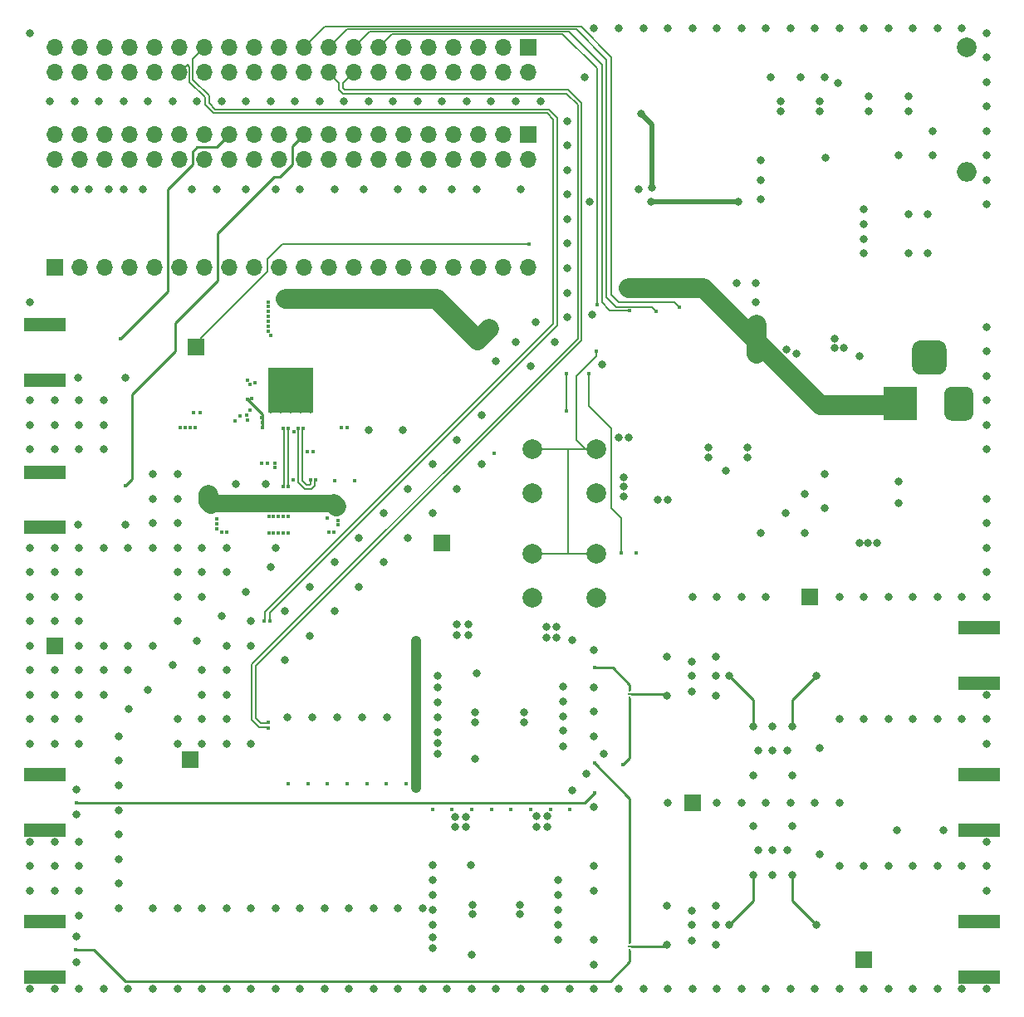
<source format=gbr>
%TF.GenerationSoftware,KiCad,Pcbnew,(5.1.8)-1*%
%TF.CreationDate,2020-12-11T02:40:48-05:00*%
%TF.ProjectId,iq_siggen,69715f73-6967-4676-956e-2e6b69636164,v01*%
%TF.SameCoordinates,Original*%
%TF.FileFunction,Copper,L4,Bot*%
%TF.FilePolarity,Positive*%
%FSLAX46Y46*%
G04 Gerber Fmt 4.6, Leading zero omitted, Abs format (unit mm)*
G04 Created by KiCad (PCBNEW (5.1.8)-1) date 2020-12-11 02:40:48*
%MOMM*%
%LPD*%
G01*
G04 APERTURE LIST*
%TA.AperFunction,SMDPad,CuDef*%
%ADD10R,0.293370X0.350000*%
%TD*%
%TA.AperFunction,SMDPad,CuDef*%
%ADD11R,0.650000X0.293370*%
%TD*%
%TA.AperFunction,ComponentPad*%
%ADD12R,3.500000X3.500000*%
%TD*%
%TA.AperFunction,ComponentPad*%
%ADD13C,2.000000*%
%TD*%
%TA.AperFunction,ComponentPad*%
%ADD14O,1.700000X1.700000*%
%TD*%
%TA.AperFunction,ComponentPad*%
%ADD15R,1.700000X1.700000*%
%TD*%
%TA.AperFunction,ComponentPad*%
%ADD16C,0.500000*%
%TD*%
%TA.AperFunction,SMDPad,CuDef*%
%ADD17R,4.600000X4.600000*%
%TD*%
%TA.AperFunction,ComponentPad*%
%ADD18C,0.400000*%
%TD*%
%TA.AperFunction,SMDPad,CuDef*%
%ADD19R,4.200000X1.350000*%
%TD*%
%TA.AperFunction,ComponentPad*%
%ADD20O,2.000000X2.000000*%
%TD*%
%TA.AperFunction,ComponentPad*%
%ADD21C,0.800000*%
%TD*%
%TA.AperFunction,ViaPad*%
%ADD22C,0.800000*%
%TD*%
%TA.AperFunction,ViaPad*%
%ADD23C,0.400000*%
%TD*%
%TA.AperFunction,ViaPad*%
%ADD24C,0.450000*%
%TD*%
%TA.AperFunction,Conductor*%
%ADD25C,2.000000*%
%TD*%
%TA.AperFunction,Conductor*%
%ADD26C,1.800000*%
%TD*%
%TA.AperFunction,Conductor*%
%ADD27C,1.000000*%
%TD*%
%TA.AperFunction,Conductor*%
%ADD28C,0.250000*%
%TD*%
%TA.AperFunction,Conductor*%
%ADD29C,0.146812*%
%TD*%
%TA.AperFunction,Conductor*%
%ADD30C,0.293370*%
%TD*%
%TA.AperFunction,Conductor*%
%ADD31C,0.205232*%
%TD*%
%TA.AperFunction,Conductor*%
%ADD32C,0.500000*%
%TD*%
G04 APERTURE END LIST*
D10*
%TO.P,JP5,1*%
%TO.N,Net-(JP5-Pad1)*%
X112120000Y-144250000D03*
%TO.P,JP5,3*%
%TO.N,/mixer/LO_Q_EXT*%
X112120000Y-145112200D03*
D11*
%TO.P,JP5,2*%
%TO.N,/mixer/LO_Q*%
X112300000Y-144680000D03*
%TD*%
D10*
%TO.P,JP4,1*%
%TO.N,Net-(JP4-Pad1)*%
X112120000Y-118500000D03*
%TO.P,JP4,3*%
%TO.N,/mixer/LO_I_EXT*%
X112120000Y-119362200D03*
D11*
%TO.P,JP4,2*%
%TO.N,/mixer/LO_I*%
X112300000Y-118930000D03*
%TD*%
%TO.P,J10,3*%
%TO.N,N/C*%
%TA.AperFunction,ComponentPad*%
G36*
G01*
X144412000Y-83744200D02*
X144412000Y-85494200D01*
G75*
G02*
X143537000Y-86369200I-875000J0D01*
G01*
X141787000Y-86369200D01*
G75*
G02*
X140912000Y-85494200I0J875000D01*
G01*
X140912000Y-83744200D01*
G75*
G02*
X141787000Y-82869200I875000J0D01*
G01*
X143537000Y-82869200D01*
G75*
G02*
X144412000Y-83744200I0J-875000D01*
G01*
G37*
%TD.AperFunction*%
%TO.P,J10,2*%
%TO.N,GNDA*%
%TA.AperFunction,ComponentPad*%
G36*
G01*
X147162000Y-88319200D02*
X147162000Y-90319200D01*
G75*
G02*
X146412000Y-91069200I-750000J0D01*
G01*
X144912000Y-91069200D01*
G75*
G02*
X144162000Y-90319200I0J750000D01*
G01*
X144162000Y-88319200D01*
G75*
G02*
X144912000Y-87569200I750000J0D01*
G01*
X146412000Y-87569200D01*
G75*
G02*
X147162000Y-88319200I0J-750000D01*
G01*
G37*
%TD.AperFunction*%
D12*
%TO.P,J10,1*%
%TO.N,+5V*%
X139662000Y-89319200D03*
%TD*%
D13*
%TO.P,SW2,1*%
%TO.N,/SW1*%
X102174000Y-109131200D03*
%TO.P,SW2,2*%
%TO.N,/VCCIO0*%
X102174000Y-104631200D03*
%TO.P,SW2,1*%
%TO.N,/SW1*%
X108674000Y-109131200D03*
%TO.P,SW2,2*%
%TO.N,/VCCIO0*%
X108674000Y-104631200D03*
%TD*%
%TO.P,SW1,1*%
%TO.N,/SW0*%
X102174000Y-98463200D03*
%TO.P,SW1,2*%
%TO.N,/VCCIO0*%
X102174000Y-93963200D03*
%TO.P,SW1,1*%
%TO.N,/SW0*%
X108674000Y-98463200D03*
%TO.P,SW1,2*%
%TO.N,/VCCIO0*%
X108674000Y-93963200D03*
%TD*%
D14*
%TO.P,J2,40*%
%TO.N,N/C*%
X53490000Y-64430000D03*
%TO.P,J2,39*%
%TO.N,Net-(J2-Pad39)*%
X53490000Y-61890000D03*
%TO.P,J2,38*%
%TO.N,Net-(J2-Pad38)*%
X56030000Y-64430000D03*
%TO.P,J2,37*%
%TO.N,Net-(J2-Pad37)*%
X56030000Y-61890000D03*
%TO.P,J2,36*%
%TO.N,N/C*%
X58570000Y-64430000D03*
%TO.P,J2,35*%
%TO.N,Net-(J2-Pad35)*%
X58570000Y-61890000D03*
%TO.P,J2,34*%
%TO.N,Net-(J2-Pad34)*%
X61110000Y-64430000D03*
%TO.P,J2,33*%
%TO.N,Net-(J2-Pad33)*%
X61110000Y-61890000D03*
%TO.P,J2,32*%
%TO.N,GNDA*%
X63650000Y-64430000D03*
%TO.P,J2,31*%
X63650000Y-61890000D03*
%TO.P,J2,30*%
%TO.N,Net-(J2-Pad30)*%
X66190000Y-64430000D03*
%TO.P,J2,29*%
%TO.N,Net-(J2-Pad29)*%
X66190000Y-61890000D03*
%TO.P,J2,28*%
%TO.N,Net-(J2-Pad28)*%
X68730000Y-64430000D03*
%TO.P,J2,27*%
%TO.N,N/C*%
X68730000Y-61890000D03*
%TO.P,J2,26*%
%TO.N,Net-(J2-Pad26)*%
X71270000Y-64430000D03*
%TO.P,J2,25*%
%TO.N,/CLK_EXT_IN*%
X71270000Y-61890000D03*
%TO.P,J2,24*%
%TO.N,Net-(J2-Pad24)*%
X73810000Y-64430000D03*
%TO.P,J2,23*%
%TO.N,N/C*%
X73810000Y-61890000D03*
%TO.P,J2,22*%
%TO.N,GNDA*%
X76350000Y-64430000D03*
%TO.P,J2,21*%
X76350000Y-61890000D03*
%TO.P,J2,20*%
%TO.N,Net-(J2-Pad20)*%
X78890000Y-64430000D03*
%TO.P,J2,19*%
%TO.N,/CLK_OUT*%
X78890000Y-61890000D03*
%TO.P,J2,18*%
%TO.N,N/C*%
X81430000Y-64430000D03*
%TO.P,J2,17*%
%TO.N,Net-(J2-Pad17)*%
X81430000Y-61890000D03*
%TO.P,J2,16*%
%TO.N,Net-(J2-Pad16)*%
X83970000Y-64430000D03*
%TO.P,J2,15*%
%TO.N,Net-(J2-Pad15)*%
X83970000Y-61890000D03*
%TO.P,J2,14*%
%TO.N,Net-(J2-Pad14)*%
X86510000Y-64430000D03*
%TO.P,J2,13*%
%TO.N,N/C*%
X86510000Y-61890000D03*
%TO.P,J2,12*%
%TO.N,GNDA*%
X89050000Y-64430000D03*
%TO.P,J2,11*%
X89050000Y-61890000D03*
%TO.P,J2,10*%
%TO.N,Net-(J2-Pad10)*%
X91590000Y-64430000D03*
%TO.P,J2,9*%
%TO.N,N/C*%
X91590000Y-61890000D03*
%TO.P,J2,8*%
%TO.N,Net-(J2-Pad8)*%
X94130000Y-64430000D03*
%TO.P,J2,7*%
%TO.N,Net-(J2-Pad7)*%
X94130000Y-61890000D03*
%TO.P,J2,6*%
%TO.N,Net-(J2-Pad6)*%
X96670000Y-64430000D03*
%TO.P,J2,5*%
%TO.N,Net-(J2-Pad5)*%
X96670000Y-61890000D03*
%TO.P,J2,4*%
%TO.N,N/C*%
X99210000Y-64430000D03*
%TO.P,J2,3*%
X99210000Y-61890000D03*
%TO.P,J2,2*%
%TO.N,/VCCIO1*%
X101750000Y-64430000D03*
D15*
%TO.P,J2,1*%
X101750000Y-61890000D03*
%TD*%
D16*
%TO.P,U6,41*%
%TO.N,GNDA*%
X78584000Y-88998000D03*
X79609000Y-88998000D03*
%TO.P,U6,40*%
X79609000Y-90023000D03*
%TO.P,U6,36*%
X77559000Y-90023000D03*
%TO.P,U6,41*%
X79609000Y-87973000D03*
X78584000Y-87973000D03*
X77559000Y-87973000D03*
X76534000Y-88998000D03*
X76534000Y-87973000D03*
X75509000Y-87973000D03*
X77559000Y-86948000D03*
X76534000Y-86948000D03*
%TO.P,U6,29*%
X75509000Y-90023000D03*
%TO.P,U6,41*%
X78584000Y-86948000D03*
X78584000Y-90023000D03*
X75509000Y-88998000D03*
X76534000Y-90023000D03*
X77559000Y-88998000D03*
X79609000Y-86948000D03*
X75509000Y-86948000D03*
X79609000Y-85923000D03*
%TO.P,U6,17*%
X76534000Y-85923000D03*
D17*
%TO.P,U6,41*%
X77559000Y-87973000D03*
D16*
X75509000Y-85923000D03*
X78584000Y-85923000D03*
X77559000Y-85923000D03*
%TD*%
D18*
%TO.P,J11,2*%
%TO.N,GNDA*%
X148512000Y-132540000D03*
X146988000Y-132540000D03*
X147496000Y-132540000D03*
X146480000Y-132540000D03*
X149020000Y-132540000D03*
X149528000Y-132540000D03*
X148004000Y-132540000D03*
X145972000Y-132540000D03*
X148512000Y-127460000D03*
X146988000Y-127460000D03*
X147496000Y-127460000D03*
X146480000Y-127460000D03*
X149020000Y-127460000D03*
X149528000Y-127460000D03*
X148004000Y-127460000D03*
X145972000Y-127460000D03*
X148512000Y-126825000D03*
X146988000Y-126825000D03*
X147496000Y-126825000D03*
X146480000Y-126825000D03*
X149020000Y-126825000D03*
X149528000Y-126825000D03*
X148004000Y-126825000D03*
X145972000Y-126825000D03*
X149020000Y-133175000D03*
X149528000Y-133175000D03*
X148004000Y-133175000D03*
X148512000Y-133175000D03*
X146988000Y-133175000D03*
X147496000Y-133175000D03*
X146480000Y-133175000D03*
X145972000Y-133175000D03*
D19*
X147750000Y-127175000D03*
X147750000Y-132825000D03*
%TD*%
D18*
%TO.P,J19,2*%
%TO.N,GNDA*%
X51746000Y-142460000D03*
X53270000Y-142460000D03*
X52762000Y-142460000D03*
X53778000Y-142460000D03*
X51238000Y-142460000D03*
X50730000Y-142460000D03*
X52254000Y-142460000D03*
X54286000Y-142460000D03*
X51746000Y-147540000D03*
X53270000Y-147540000D03*
X52762000Y-147540000D03*
X53778000Y-147540000D03*
X51238000Y-147540000D03*
X50730000Y-147540000D03*
X52254000Y-147540000D03*
X54286000Y-147540000D03*
X51746000Y-148175000D03*
X53270000Y-148175000D03*
X52762000Y-148175000D03*
X53778000Y-148175000D03*
X51238000Y-148175000D03*
X50730000Y-148175000D03*
X52254000Y-148175000D03*
X54286000Y-148175000D03*
X51238000Y-141825000D03*
X50730000Y-141825000D03*
X52254000Y-141825000D03*
X51746000Y-141825000D03*
X53270000Y-141825000D03*
X52762000Y-141825000D03*
X53778000Y-141825000D03*
X54286000Y-141825000D03*
D19*
X52508000Y-147825000D03*
X52508000Y-142175000D03*
%TD*%
D18*
%TO.P,J18,2*%
%TO.N,GNDA*%
X51746000Y-127460000D03*
X53270000Y-127460000D03*
X52762000Y-127460000D03*
X53778000Y-127460000D03*
X51238000Y-127460000D03*
X50730000Y-127460000D03*
X52254000Y-127460000D03*
X54286000Y-127460000D03*
X51746000Y-132540000D03*
X53270000Y-132540000D03*
X52762000Y-132540000D03*
X53778000Y-132540000D03*
X51238000Y-132540000D03*
X50730000Y-132540000D03*
X52254000Y-132540000D03*
X54286000Y-132540000D03*
X51746000Y-133175000D03*
X53270000Y-133175000D03*
X52762000Y-133175000D03*
X53778000Y-133175000D03*
X51238000Y-133175000D03*
X50730000Y-133175000D03*
X52254000Y-133175000D03*
X54286000Y-133175000D03*
X51238000Y-126825000D03*
X50730000Y-126825000D03*
X52254000Y-126825000D03*
X51746000Y-126825000D03*
X53270000Y-126825000D03*
X52762000Y-126825000D03*
X53778000Y-126825000D03*
X54286000Y-126825000D03*
D19*
X52508000Y-132825000D03*
X52508000Y-127175000D03*
%TD*%
D14*
%TO.P,J3,20*%
%TO.N,/A9*%
X101760000Y-75400000D03*
%TO.P,J3,19*%
%TO.N,/A8*%
X99220000Y-75400000D03*
%TO.P,J3,18*%
%TO.N,/A7*%
X96680000Y-75400000D03*
%TO.P,J3,17*%
%TO.N,/A6*%
X94140000Y-75400000D03*
%TO.P,J3,16*%
%TO.N,/A5*%
X91600000Y-75400000D03*
%TO.P,J3,15*%
%TO.N,/A4*%
X89060000Y-75400000D03*
%TO.P,J3,14*%
%TO.N,/A3*%
X86520000Y-75400000D03*
%TO.P,J3,13*%
%TO.N,/A2*%
X83980000Y-75400000D03*
%TO.P,J3,12*%
%TO.N,/A1*%
X81440000Y-75400000D03*
%TO.P,J3,11*%
%TO.N,/A0*%
X78900000Y-75400000D03*
%TO.P,J3,10*%
%TO.N,/B9*%
X76360000Y-75400000D03*
%TO.P,J3,9*%
%TO.N,/B8*%
X73820000Y-75400000D03*
%TO.P,J3,8*%
%TO.N,/B7*%
X71280000Y-75400000D03*
%TO.P,J3,7*%
%TO.N,/B6*%
X68740000Y-75400000D03*
%TO.P,J3,6*%
%TO.N,/B5*%
X66200000Y-75400000D03*
%TO.P,J3,5*%
%TO.N,/B4*%
X63660000Y-75400000D03*
%TO.P,J3,4*%
%TO.N,/B3*%
X61120000Y-75400000D03*
%TO.P,J3,3*%
%TO.N,/B2*%
X58580000Y-75400000D03*
%TO.P,J3,2*%
%TO.N,/B1*%
X56040000Y-75400000D03*
D15*
%TO.P,J3,1*%
%TO.N,/B0*%
X53500000Y-75400000D03*
%TD*%
D18*
%TO.P,J9,2*%
%TO.N,GNDA*%
X51746000Y-96580000D03*
X53270000Y-96580000D03*
X52762000Y-96580000D03*
X53778000Y-96580000D03*
X51238000Y-96580000D03*
X50730000Y-96580000D03*
X52254000Y-96580000D03*
X54286000Y-96580000D03*
X51746000Y-101660000D03*
X53270000Y-101660000D03*
X52762000Y-101660000D03*
X53778000Y-101660000D03*
X51238000Y-101660000D03*
X50730000Y-101660000D03*
X52254000Y-101660000D03*
X54286000Y-101660000D03*
X51746000Y-102295000D03*
X53270000Y-102295000D03*
X52762000Y-102295000D03*
X53778000Y-102295000D03*
X51238000Y-102295000D03*
X50730000Y-102295000D03*
X52254000Y-102295000D03*
X54286000Y-102295000D03*
X51238000Y-95945000D03*
X50730000Y-95945000D03*
X52254000Y-95945000D03*
X51746000Y-95945000D03*
X53270000Y-95945000D03*
X52762000Y-95945000D03*
X53778000Y-95945000D03*
X54286000Y-95945000D03*
D19*
X52508000Y-101945000D03*
X52508000Y-96295000D03*
%TD*%
D18*
%TO.P,J8,2*%
%TO.N,GNDA*%
X51746000Y-81580000D03*
X53270000Y-81580000D03*
X52762000Y-81580000D03*
X53778000Y-81580000D03*
X51238000Y-81580000D03*
X50730000Y-81580000D03*
X52254000Y-81580000D03*
X54286000Y-81580000D03*
X51746000Y-86660000D03*
X53270000Y-86660000D03*
X52762000Y-86660000D03*
X53778000Y-86660000D03*
X51238000Y-86660000D03*
X50730000Y-86660000D03*
X52254000Y-86660000D03*
X54286000Y-86660000D03*
X51746000Y-87295000D03*
X53270000Y-87295000D03*
X52762000Y-87295000D03*
X53778000Y-87295000D03*
X51238000Y-87295000D03*
X50730000Y-87295000D03*
X52254000Y-87295000D03*
X54286000Y-87295000D03*
X51238000Y-80945000D03*
X50730000Y-80945000D03*
X52254000Y-80945000D03*
X51746000Y-80945000D03*
X53270000Y-80945000D03*
X52762000Y-80945000D03*
X53778000Y-80945000D03*
X54286000Y-80945000D03*
D19*
X52508000Y-86945000D03*
X52508000Y-81295000D03*
%TD*%
D18*
%TO.P,J7,2*%
%TO.N,GNDA*%
X148512000Y-147540000D03*
X146988000Y-147540000D03*
X147496000Y-147540000D03*
X146480000Y-147540000D03*
X149020000Y-147540000D03*
X149528000Y-147540000D03*
X148004000Y-147540000D03*
X145972000Y-147540000D03*
X148512000Y-142460000D03*
X146988000Y-142460000D03*
X147496000Y-142460000D03*
X146480000Y-142460000D03*
X149020000Y-142460000D03*
X149528000Y-142460000D03*
X148004000Y-142460000D03*
X145972000Y-142460000D03*
X148512000Y-141825000D03*
X146988000Y-141825000D03*
X147496000Y-141825000D03*
X146480000Y-141825000D03*
X149020000Y-141825000D03*
X149528000Y-141825000D03*
X148004000Y-141825000D03*
X145972000Y-141825000D03*
X149020000Y-148175000D03*
X149528000Y-148175000D03*
X148004000Y-148175000D03*
X148512000Y-148175000D03*
X146988000Y-148175000D03*
X147496000Y-148175000D03*
X146480000Y-148175000D03*
X145972000Y-148175000D03*
D19*
X147750000Y-142175000D03*
X147750000Y-147825000D03*
%TD*%
D18*
%TO.P,J6,2*%
%TO.N,GNDA*%
X148512000Y-117540000D03*
X146988000Y-117540000D03*
X147496000Y-117540000D03*
X146480000Y-117540000D03*
X149020000Y-117540000D03*
X149528000Y-117540000D03*
X148004000Y-117540000D03*
X145972000Y-117540000D03*
X148512000Y-112460000D03*
X146988000Y-112460000D03*
X147496000Y-112460000D03*
X146480000Y-112460000D03*
X149020000Y-112460000D03*
X149528000Y-112460000D03*
X148004000Y-112460000D03*
X145972000Y-112460000D03*
X148512000Y-111825000D03*
X146988000Y-111825000D03*
X147496000Y-111825000D03*
X146480000Y-111825000D03*
X149020000Y-111825000D03*
X149528000Y-111825000D03*
X148004000Y-111825000D03*
X145972000Y-111825000D03*
X149020000Y-118175000D03*
X149528000Y-118175000D03*
X148004000Y-118175000D03*
X148512000Y-118175000D03*
X146988000Y-118175000D03*
X147496000Y-118175000D03*
X146480000Y-118175000D03*
X145972000Y-118175000D03*
D19*
X147750000Y-112175000D03*
X147750000Y-117825000D03*
%TD*%
D20*
%TO.P,L7,2*%
%TO.N,-5V*%
X146500000Y-65700000D03*
D13*
%TO.P,L7,1*%
%TO.N,/negative rail generator/-5VO*%
X146500000Y-53000000D03*
%TD*%
D21*
%TO.P,T3,2*%
%TO.N,/mixer/RF_Q*%
X128672000Y-132378000D03*
%TO.P,T3,1*%
%TO.N,GNDA*%
X124672000Y-132378000D03*
%TO.P,T3,3*%
%TO.N,Net-(D5-Pad3)*%
X128672000Y-137378000D03*
%TO.P,T3,4*%
%TO.N,/mixer/IF_Q*%
X126672000Y-137378000D03*
%TO.P,T3,5*%
%TO.N,Net-(D7-Pad3)*%
X124672000Y-137378000D03*
%TD*%
%TO.P,T4,2*%
%TO.N,GNDA*%
X124672000Y-127218000D03*
%TO.P,T4,1*%
%TO.N,/mixer/RF_I*%
X128672000Y-127218000D03*
%TO.P,T4,3*%
%TO.N,Net-(D8-Pad3)*%
X124672000Y-122218000D03*
%TO.P,T4,4*%
%TO.N,/mixer/IF_I*%
X126672000Y-122218000D03*
%TO.P,T4,5*%
%TO.N,Net-(D6-Pad3)*%
X128672000Y-122218000D03*
%TD*%
%TO.P,T2,2*%
%TO.N,GNDA*%
X115917000Y-115098000D03*
%TO.P,T2,1*%
%TO.N,/mixer/LO_I*%
X115917000Y-119098000D03*
%TO.P,T2,3*%
%TO.N,Net-(D6-Pad1)*%
X120917000Y-115098000D03*
%TO.P,T2,4*%
%TO.N,GNDA*%
X120917000Y-117098000D03*
%TO.P,T2,5*%
%TO.N,Net-(D6-Pad2)*%
X120917000Y-119098000D03*
%TD*%
%TO.P,T1,2*%
%TO.N,GNDA*%
X115917000Y-140498000D03*
%TO.P,T1,1*%
%TO.N,/mixer/LO_Q*%
X115917000Y-144498000D03*
%TO.P,T1,3*%
%TO.N,Net-(D5-Pad1)*%
X120917000Y-140498000D03*
%TO.P,T1,4*%
%TO.N,GNDA*%
X120917000Y-142498000D03*
%TO.P,T1,5*%
%TO.N,Net-(D5-Pad2)*%
X120917000Y-144498000D03*
%TD*%
D15*
%TO.P,J17,1*%
%TO.N,GNDA*%
X130500000Y-109000000D03*
%TD*%
%TO.P,J16,1*%
%TO.N,GNDA*%
X136000000Y-146000000D03*
%TD*%
%TO.P,J15,1*%
%TO.N,GNDA*%
X93000000Y-103500000D03*
%TD*%
%TO.P,J14,1*%
%TO.N,GNDA*%
X67272000Y-125641200D03*
%TD*%
%TO.P,J13,1*%
%TO.N,GNDA*%
X118500000Y-130000000D03*
%TD*%
%TO.P,J12,1*%
%TO.N,GNDA*%
X53500000Y-114000000D03*
%TD*%
%TO.P,J4,1*%
%TO.N,/~CW*%
X67907000Y-83528000D03*
%TD*%
D14*
%TO.P,J1,40*%
%TO.N,N/C*%
X53490000Y-55540000D03*
%TO.P,J1,39*%
%TO.N,GNDA*%
X53490000Y-53000000D03*
%TO.P,J1,38*%
%TO.N,N/C*%
X56030000Y-55540000D03*
%TO.P,J1,37*%
X56030000Y-53000000D03*
%TO.P,J1,36*%
X58570000Y-55540000D03*
%TO.P,J1,35*%
X58570000Y-53000000D03*
%TO.P,J1,34*%
X61110000Y-55540000D03*
%TO.P,J1,33*%
X61110000Y-53000000D03*
%TO.P,J1,32*%
%TO.N,GNDA*%
X63650000Y-55540000D03*
%TO.P,J1,31*%
X63650000Y-53000000D03*
%TO.P,J1,30*%
%TO.N,/I_CLK_P*%
X66190000Y-55540000D03*
%TO.P,J1,29*%
%TO.N,N/C*%
X66190000Y-53000000D03*
%TO.P,J1,28*%
X68730000Y-55540000D03*
%TO.P,J1,27*%
%TO.N,/I_CLK_N*%
X68730000Y-53000000D03*
%TO.P,J1,26*%
%TO.N,N/C*%
X71270000Y-55540000D03*
%TO.P,J1,25*%
X71270000Y-53000000D03*
%TO.P,J1,24*%
X73810000Y-55540000D03*
%TO.P,J1,23*%
X73810000Y-53000000D03*
%TO.P,J1,22*%
%TO.N,GNDA*%
X76350000Y-55540000D03*
%TO.P,J1,21*%
X76350000Y-53000000D03*
%TO.P,J1,20*%
%TO.N,N/C*%
X78890000Y-55540000D03*
%TO.P,J1,19*%
%TO.N,/LED3*%
X78890000Y-53000000D03*
%TO.P,J1,18*%
%TO.N,/Q_CLK_P*%
X81430000Y-55540000D03*
%TO.P,J1,17*%
%TO.N,/LED2*%
X81430000Y-53000000D03*
%TO.P,J1,16*%
%TO.N,/Q_CLK_N*%
X83970000Y-55540000D03*
%TO.P,J1,15*%
%TO.N,/LED1*%
X83970000Y-53000000D03*
%TO.P,J1,14*%
%TO.N,N/C*%
X86510000Y-55540000D03*
%TO.P,J1,13*%
%TO.N,/LED0*%
X86510000Y-53000000D03*
%TO.P,J1,12*%
%TO.N,GNDA*%
X89050000Y-55540000D03*
%TO.P,J1,11*%
X89050000Y-53000000D03*
%TO.P,J1,10*%
%TO.N,/DAC_CLK_P*%
X91590000Y-55540000D03*
%TO.P,J1,9*%
%TO.N,/DAC_CLK_N*%
X91590000Y-53000000D03*
%TO.P,J1,8*%
%TO.N,N/C*%
X94130000Y-55540000D03*
%TO.P,J1,7*%
X94130000Y-53000000D03*
%TO.P,J1,6*%
%TO.N,Net-(J1-Pad6)*%
X96670000Y-55540000D03*
%TO.P,J1,5*%
%TO.N,Net-(J1-Pad5)*%
X96670000Y-53000000D03*
%TO.P,J1,4*%
%TO.N,N/C*%
X99210000Y-55540000D03*
%TO.P,J1,3*%
X99210000Y-53000000D03*
%TO.P,J1,2*%
%TO.N,/VCCIO0*%
X101750000Y-55540000D03*
D15*
%TO.P,J1,1*%
X101750000Y-53000000D03*
%TD*%
D22*
%TO.N,GNDA*%
X107500000Y-56000000D03*
X108250000Y-80250000D03*
X108000000Y-68750000D03*
X126000000Y-109000000D03*
X123500000Y-109000000D03*
X121000000Y-109000000D03*
X118500000Y-109000000D03*
D23*
X85315000Y-128100000D03*
X81315000Y-128100000D03*
X83315000Y-128100000D03*
X89315000Y-128100000D03*
X79315000Y-128100000D03*
X87315000Y-128100000D03*
X77315000Y-128100000D03*
X92015000Y-130700000D03*
X94015000Y-130700000D03*
X96015000Y-130700000D03*
X98015000Y-130700000D03*
X100015000Y-130700000D03*
X102015000Y-130700000D03*
X104015000Y-130700000D03*
X106015000Y-130700000D03*
X81915000Y-102400000D03*
X81415000Y-102400000D03*
X82415000Y-101200000D03*
X82415000Y-101700000D03*
X81265000Y-101000000D03*
X70015000Y-101100000D03*
X70515000Y-102400000D03*
X70015000Y-101600000D03*
X71015000Y-102400000D03*
X70015000Y-102100000D03*
X75315000Y-100800000D03*
X75815000Y-100800000D03*
X76315000Y-100800000D03*
X76815000Y-100800000D03*
X77315000Y-100800000D03*
X75315000Y-102500000D03*
X76815000Y-102500000D03*
X75815000Y-102500000D03*
X77315000Y-102500000D03*
X76315000Y-102500000D03*
X77865000Y-92221600D03*
X77815000Y-97100000D03*
D22*
X118417000Y-118650000D03*
X118417000Y-115650000D03*
X118417000Y-117098000D03*
X128224000Y-124718000D03*
X125224000Y-124718000D03*
X126672000Y-124718000D03*
X128224000Y-134878000D03*
X125224000Y-134878000D03*
X126672000Y-134878000D03*
X118417000Y-141050000D03*
X118417000Y-142498000D03*
X118417000Y-144050000D03*
X108500000Y-130450000D03*
X55700000Y-146250000D03*
X55700000Y-143650000D03*
X55700000Y-128650000D03*
X55700000Y-131250000D03*
X108500000Y-114450000D03*
X107700000Y-127050000D03*
X109500000Y-125050000D03*
X139515000Y-64000000D03*
X142515000Y-70000000D03*
X140515000Y-59500000D03*
X127515000Y-58500000D03*
X133015000Y-82700000D03*
X137315000Y-103500000D03*
X125500000Y-102500000D03*
X128000000Y-100500000D03*
X130000000Y-98500000D03*
X132000000Y-96500000D03*
X130000000Y-102500000D03*
X132000000Y-100000000D03*
X121000000Y-130000000D03*
X126000000Y-130000000D03*
X133500000Y-130000000D03*
X123500000Y-130000000D03*
X128500000Y-130000000D03*
X116000000Y-130000000D03*
X131000000Y-130000000D03*
X72000000Y-97500000D03*
X75000000Y-97500000D03*
X85500000Y-92000000D03*
X89000000Y-92000000D03*
X98500000Y-85000000D03*
X100500000Y-83000000D03*
X102500000Y-81000000D03*
X63500000Y-101500000D03*
X66000000Y-101500000D03*
X63500000Y-99000000D03*
X66000000Y-99000000D03*
X63500000Y-96500000D03*
X66000000Y-96500000D03*
X133500000Y-51000000D03*
X123500000Y-51000000D03*
X138500000Y-51000000D03*
X136000000Y-51000000D03*
X116000000Y-51000000D03*
X141000000Y-51000000D03*
X126000000Y-51000000D03*
X108500000Y-51000000D03*
X128500000Y-51000000D03*
X121000000Y-51000000D03*
X111000000Y-51000000D03*
X143500000Y-51000000D03*
X118500000Y-51000000D03*
X131000000Y-51000000D03*
X146000000Y-51000000D03*
X113500000Y-51000000D03*
X73000000Y-58500000D03*
X68000000Y-58500000D03*
X55500000Y-58500000D03*
X58000000Y-58500000D03*
X80500000Y-58500000D03*
X78000000Y-58500000D03*
X65500000Y-58500000D03*
X63000000Y-58500000D03*
X60500000Y-58500000D03*
X75500000Y-58500000D03*
X70500000Y-58500000D03*
X53500000Y-67500000D03*
X55500000Y-67500000D03*
X57000000Y-67500000D03*
X59000000Y-67500000D03*
X60500000Y-67500000D03*
X62500000Y-67500000D03*
X67500000Y-67500000D03*
X70000000Y-67500000D03*
X73000000Y-67500000D03*
X76000000Y-67500000D03*
X78500000Y-67500000D03*
X82000000Y-67500000D03*
X85000000Y-67500000D03*
X88500000Y-67500000D03*
X91000000Y-67500000D03*
X94000000Y-67500000D03*
X96500000Y-67500000D03*
X101000000Y-67500000D03*
X53500000Y-109000000D03*
X53500000Y-124000000D03*
X53500000Y-116500000D03*
X53500000Y-119000000D03*
X53500000Y-106500000D03*
X53500000Y-111500000D03*
X53500000Y-121500000D03*
X53500000Y-104000000D03*
X56000000Y-109000000D03*
X56000000Y-124000000D03*
X56000000Y-116500000D03*
X56000000Y-119000000D03*
X56000000Y-106500000D03*
X56000000Y-111500000D03*
X56000000Y-114000000D03*
X56000000Y-121500000D03*
X56000000Y-104000000D03*
X58500000Y-116500000D03*
X58500000Y-119000000D03*
X58500000Y-114000000D03*
X58500000Y-104000000D03*
X61000000Y-116500000D03*
X61000000Y-114000000D03*
X61000000Y-104000000D03*
X63500000Y-114000000D03*
X63500000Y-104000000D03*
X66000000Y-109000000D03*
X66000000Y-124000000D03*
X66000000Y-106500000D03*
X66000000Y-111500000D03*
X66000000Y-121500000D03*
X66000000Y-104000000D03*
X68500000Y-109000000D03*
X68500000Y-124000000D03*
X68500000Y-116500000D03*
X68500000Y-119000000D03*
X68500000Y-106500000D03*
X68500000Y-121500000D03*
X68500000Y-104000000D03*
X71000000Y-124000000D03*
X71000000Y-116500000D03*
X71000000Y-119000000D03*
X71000000Y-106500000D03*
X71000000Y-114000000D03*
X71000000Y-121500000D03*
X71000000Y-104000000D03*
X73500000Y-124000000D03*
X73500000Y-111500000D03*
X73500000Y-114000000D03*
X76000000Y-104000000D03*
X53500000Y-139000000D03*
X53500000Y-136500000D03*
X56000000Y-139000000D03*
X53500000Y-134000000D03*
X56000000Y-136500000D03*
X56000000Y-141500000D03*
X56000000Y-134000000D03*
X60000000Y-140750000D03*
X146000000Y-136500000D03*
X141000000Y-136500000D03*
X143500000Y-136500000D03*
X136000000Y-136500000D03*
X133500000Y-136500000D03*
X138500000Y-136500000D03*
X146000000Y-121500000D03*
X141000000Y-121500000D03*
X143500000Y-121500000D03*
X136000000Y-121500000D03*
X133500000Y-121500000D03*
X138500000Y-121500000D03*
X108500000Y-123250000D03*
X77000000Y-115500000D03*
X79500000Y-113000000D03*
X92000000Y-100500000D03*
X82000000Y-110500000D03*
X87000000Y-105500000D03*
X89500000Y-103000000D03*
X84500000Y-108000000D03*
X94500000Y-98000000D03*
X97000000Y-95500000D03*
X53500000Y-89000000D03*
X53500000Y-94000000D03*
X53500000Y-91500000D03*
X56000000Y-89000000D03*
X56000000Y-94000000D03*
X56000000Y-91500000D03*
X58500000Y-89000000D03*
X58500000Y-94000000D03*
X58500000Y-91500000D03*
X108500000Y-120750000D03*
X108500000Y-118250000D03*
X108500000Y-139000000D03*
X108500000Y-146500000D03*
X108500000Y-136500000D03*
X108500000Y-144000000D03*
X100500000Y-58500000D03*
X103000000Y-58500000D03*
X95500000Y-58500000D03*
X105750000Y-68000000D03*
X105750000Y-75500000D03*
X105750000Y-78000000D03*
X105750000Y-65500000D03*
X105750000Y-70500000D03*
X105750000Y-73000000D03*
X105750000Y-80500000D03*
X105750000Y-63000000D03*
X105750000Y-60500000D03*
X53000000Y-58500000D03*
X90500000Y-58500000D03*
X88000000Y-58500000D03*
X85500000Y-58500000D03*
X83000000Y-58500000D03*
X93000000Y-58500000D03*
X89500000Y-98000000D03*
X77000000Y-110500000D03*
X79500000Y-108000000D03*
X84500000Y-103000000D03*
X82000000Y-105500000D03*
X87000000Y-100500000D03*
X102000000Y-85500000D03*
X94500000Y-93000000D03*
X92000000Y-95500000D03*
X97000000Y-90500000D03*
X104500000Y-83000000D03*
X73000000Y-108500000D03*
X65500000Y-116000000D03*
X63000000Y-118500000D03*
X70500000Y-111000000D03*
X68000000Y-113500000D03*
X75500000Y-106000000D03*
X60000000Y-130750000D03*
X60000000Y-133250000D03*
X60000000Y-125750000D03*
X60000000Y-123250000D03*
X60000000Y-128250000D03*
X60000000Y-138250000D03*
X60000000Y-135750000D03*
X68500000Y-140750000D03*
X71000000Y-140750000D03*
X66000000Y-140750000D03*
X63500000Y-140750000D03*
X78500000Y-140750000D03*
X81000000Y-140750000D03*
X83500000Y-140750000D03*
X76000000Y-140750000D03*
X91000000Y-140750000D03*
X88500000Y-140750000D03*
X86000000Y-140750000D03*
X73500000Y-140750000D03*
X128074000Y-83763000D03*
X133015000Y-83600000D03*
X133915000Y-83600000D03*
X129149000Y-84238000D03*
X92550000Y-119800000D03*
X92550000Y-121300000D03*
X92550000Y-122800000D03*
X96350000Y-125500000D03*
X96550000Y-116800000D03*
X105350000Y-118200000D03*
X105350000Y-119700000D03*
X105350000Y-121200000D03*
X105350000Y-122700000D03*
X105350000Y-124300000D03*
X92550000Y-118300002D03*
X92550000Y-123900004D03*
X92550000Y-125000036D03*
X92550000Y-117100040D03*
X106250000Y-128750000D03*
X106250000Y-113450000D03*
X131500000Y-135300000D03*
X131500000Y-124400000D03*
X139400000Y-132800000D03*
X144100000Y-132800000D03*
X96033000Y-145485000D03*
X104789000Y-144003000D03*
X95933000Y-136385000D03*
X92033000Y-136385000D03*
X92027000Y-139455000D03*
X92027000Y-140979000D03*
X92027000Y-142503000D03*
X92027000Y-143773000D03*
X104789000Y-142479000D03*
X104789000Y-140955000D03*
X104789000Y-139431000D03*
X104789000Y-137907000D03*
X92027000Y-137931000D03*
X92033000Y-144808000D03*
X139515000Y-97250000D03*
X139515000Y-99500000D03*
X135515000Y-103500000D03*
X114964000Y-99086000D03*
X115964000Y-99086000D03*
X111492000Y-98808000D03*
X111492000Y-97808000D03*
X111492000Y-96808000D03*
X121915000Y-96200000D03*
X120115000Y-94800000D03*
X120115000Y-93800000D03*
X124115000Y-94800000D03*
X124115000Y-93800000D03*
X136415000Y-103500000D03*
D23*
X79210000Y-94196000D03*
X82740600Y-91732200D03*
X83299400Y-91732200D03*
X82054800Y-97193200D03*
X84036000Y-97193200D03*
X79819600Y-94196000D03*
X75958800Y-95821600D03*
X75958800Y-95364400D03*
X74587200Y-95415200D03*
X75146000Y-95415200D03*
D22*
X133380000Y-56655000D03*
X131515000Y-58500000D03*
X136015000Y-69500000D03*
X136015000Y-71000000D03*
X136015000Y-72500000D03*
X136515000Y-58000000D03*
X140515000Y-58000000D03*
X113060000Y-67450000D03*
X132110000Y-64275000D03*
X127515000Y-59500000D03*
X140515000Y-74000000D03*
X142515000Y-74000000D03*
X136015000Y-74000000D03*
X131515000Y-59500000D03*
X140515000Y-70000000D03*
X136515000Y-59500000D03*
X109300000Y-85300000D03*
D23*
X112738000Y-104559200D03*
X98260000Y-94399200D03*
X73114000Y-86906200D03*
X73368000Y-87322760D03*
X73911560Y-87223000D03*
X71903690Y-91088310D03*
X73114000Y-91026080D03*
X73103840Y-90457120D03*
X73423880Y-89949120D03*
X68323560Y-90259000D03*
X67272000Y-91770000D03*
X67780000Y-91770000D03*
D22*
X55900000Y-101700000D03*
X60700000Y-101700000D03*
X55900000Y-86700000D03*
X60700000Y-86700000D03*
D23*
X72392640Y-90573960D03*
X75273000Y-78955984D03*
X75273000Y-79413200D03*
X75273000Y-79921200D03*
X75273000Y-80429200D03*
X75273000Y-80937200D03*
X75273000Y-81445200D03*
X75273000Y-81953200D03*
X75501600Y-82359600D03*
X67653018Y-90259000D03*
X66293800Y-91770000D03*
X66764000Y-91770000D03*
D22*
X51000000Y-149000000D03*
X53500000Y-149000000D03*
X56000000Y-149000000D03*
X58500000Y-149000000D03*
X61000000Y-149000000D03*
X63500000Y-149000000D03*
X66000000Y-149000000D03*
X68500000Y-149000000D03*
X71000000Y-149000000D03*
X73500000Y-149000000D03*
X76000000Y-149000000D03*
X78500000Y-149000000D03*
X81000000Y-149000000D03*
X83500000Y-149000000D03*
X86000000Y-149000000D03*
X88500000Y-149000000D03*
X91000000Y-149000000D03*
X93500000Y-149000000D03*
X96000000Y-149000000D03*
X98500000Y-149000000D03*
X101000000Y-149000000D03*
X103500000Y-149000000D03*
X106000000Y-149000000D03*
X108500000Y-149000000D03*
X111000000Y-149000000D03*
X113500000Y-149000000D03*
X116000000Y-149000000D03*
X118500000Y-149000000D03*
X121000000Y-149000000D03*
X123500000Y-149000000D03*
X126000000Y-149000000D03*
X128500000Y-149000000D03*
X131000000Y-149000000D03*
X133500000Y-149000000D03*
X136000000Y-149000000D03*
X138500000Y-149000000D03*
X141000000Y-149000000D03*
X143500000Y-149000000D03*
X146000000Y-149000000D03*
X148500000Y-149000000D03*
X51000000Y-139000000D03*
X51000000Y-136500000D03*
X51000000Y-124000000D03*
X51000000Y-121500000D03*
X51000000Y-119000000D03*
X51000000Y-116500000D03*
X51000000Y-114000000D03*
X51000000Y-111500000D03*
X51000000Y-109000000D03*
X51000000Y-106500000D03*
X51000000Y-104000000D03*
X51000000Y-94000000D03*
X51000000Y-91500000D03*
X51000000Y-89000000D03*
X51000000Y-79000000D03*
X51000000Y-51500000D03*
X51000000Y-134000000D03*
X148500000Y-139000000D03*
X148500000Y-136500000D03*
X148500000Y-134000000D03*
X148500000Y-124000000D03*
X148500000Y-121500000D03*
X148500000Y-119000000D03*
X148500000Y-109000000D03*
X148500000Y-106500000D03*
X148500000Y-104000000D03*
X148500000Y-101500000D03*
X148500000Y-99000000D03*
X148500000Y-94000000D03*
X148500000Y-91500000D03*
X148500000Y-89000000D03*
X148500000Y-86500000D03*
X148500000Y-84000000D03*
X148500000Y-81500000D03*
X148500000Y-69000000D03*
X148500000Y-66500000D03*
X148500000Y-64000000D03*
X148500000Y-61500000D03*
X148500000Y-59000000D03*
X148500000Y-56500000D03*
X148500000Y-54000000D03*
X148500000Y-51500000D03*
X98000000Y-58500000D03*
X123000000Y-77000000D03*
X125000000Y-77000000D03*
X125000000Y-79000000D03*
X125500000Y-68500000D03*
X125500000Y-66500000D03*
X125500000Y-64500000D03*
X143000000Y-64000000D03*
X143000000Y-61500000D03*
X126500000Y-56000000D03*
X129500000Y-56000000D03*
X132000000Y-56000000D03*
X146000000Y-109000000D03*
X143500000Y-109000000D03*
X141000000Y-109000000D03*
X138500000Y-109000000D03*
X136000000Y-109000000D03*
X133500000Y-109000000D03*
X77215000Y-121300000D03*
X79755000Y-121300000D03*
X82295000Y-121300000D03*
X84835000Y-121300000D03*
X87375000Y-121300000D03*
X61015000Y-120500000D03*
X135515000Y-84500000D03*
X112015000Y-92750000D03*
X111015000Y-92750000D03*
%TO.N,+5V*%
X112715000Y-77550000D03*
X111965000Y-78100000D03*
X111965000Y-77050000D03*
X125050000Y-84250000D03*
X125050000Y-83250000D03*
X125050000Y-82250000D03*
X125050000Y-81250000D03*
D23*
%TO.N,+3V3*%
X82816800Y-99784000D03*
X81597600Y-99784000D03*
X82207200Y-100393600D03*
X82207200Y-99225200D03*
X68491200Y-98615600D03*
X82207200Y-99784000D03*
X69202400Y-98615600D03*
X69202400Y-99326800D03*
X69862800Y-98615600D03*
D22*
%TO.N,-2V5*%
X90300000Y-127500000D03*
X90300000Y-128500000D03*
X90300000Y-114500000D03*
X90300000Y-113500000D03*
%TO.N,/mixer/+OPAMP_2.5V*%
X104650000Y-113150000D03*
X104650000Y-112100000D03*
X101315000Y-121800000D03*
X101315000Y-120800000D03*
X103613000Y-113150000D03*
X103613010Y-112100000D03*
%TO.N,/mixer/-OPAMP_2.5V*%
X96315000Y-120800000D03*
X96315000Y-121800000D03*
X95654000Y-111850000D03*
X94500000Y-111850000D03*
X95654000Y-112900000D03*
X94500000Y-112900000D03*
%TO.N,/IQ DAC and AA filter/+OPAMP_2.5V*%
X103733992Y-132449986D03*
X100915000Y-140400000D03*
X100915000Y-141400000D03*
X102607004Y-132449986D03*
X103733992Y-131397960D03*
X102607002Y-131397960D03*
%TO.N,/IQ DAC and AA filter/-OPAMP_2.5V*%
X96115000Y-140400000D03*
X96115000Y-141400000D03*
X94300000Y-131500000D03*
X95407948Y-131500000D03*
X95407948Y-132499948D03*
X94300000Y-132500000D03*
D23*
%TO.N,/IQ DAC and AA filter/CVDD*%
X74638000Y-91732200D03*
X74638000Y-91221660D03*
X74632920Y-90706040D03*
X73604220Y-88790880D03*
X73141940Y-88879780D03*
%TO.N,/IQ DAC and AA filter/DVDD*%
X97917100Y-81549340D03*
X97434500Y-82016700D03*
X96977300Y-82509460D03*
X96482000Y-82969200D03*
X76289000Y-78778200D03*
X76797000Y-78778200D03*
X77305000Y-78778200D03*
X77813000Y-78778200D03*
D22*
%TO.N,Net-(D5-Pad3)*%
X131117000Y-142498000D03*
%TO.N,Net-(D6-Pad3)*%
X131117000Y-117098000D03*
%TO.N,Net-(D7-Pad3)*%
X122227000Y-142498000D03*
%TO.N,Net-(D8-Pad3)*%
X122227000Y-117098000D03*
D23*
%TO.N,/LED3*%
X117208400Y-79514800D03*
%TO.N,/LED2*%
X114770000Y-79870400D03*
%TO.N,/LED1*%
X112128400Y-79819600D03*
%TO.N,/LED0*%
X108765000Y-79250000D03*
%TO.N,/VCCIO0*%
X108674000Y-83985200D03*
%TO.N,/CLK_EXT_IN*%
X60160000Y-82715200D03*
%TO.N,/CLK_OUT*%
X60668000Y-97701200D03*
%TO.N,/~CW*%
X101816000Y-73063200D03*
D24*
%TO.N,/Q_CLK_N*%
X75307070Y-121846462D03*
%TO.N,/Q_CLK_P*%
X75307070Y-122398862D03*
%TO.N,/I_CLK_P*%
X74869800Y-111468000D03*
%TO.N,/I_CLK_N*%
X75422200Y-111468000D03*
%TO.N,Net-(JP4-Pad1)*%
X108550000Y-116250000D03*
D22*
%TO.N,Net-(R84-Pad2)*%
X114330000Y-68720000D03*
X123220000Y-68720000D03*
D24*
%TO.N,/IQ DAC and AA filter/A_IOUT_P*%
X79546141Y-97060981D03*
D23*
X78835200Y-91808400D03*
%TO.N,/IQ DAC and AA filter/A_IOUT_N*%
X78282800Y-91808400D03*
D24*
X80098541Y-97060981D03*
D23*
%TO.N,/IQ DAC and AA filter/B_IOUT_P*%
X77335200Y-91808400D03*
D24*
X77335200Y-97752000D03*
%TO.N,/IQ DAC and AA filter/B_IOUT_N*%
X76782800Y-97752000D03*
D23*
X76782800Y-91808400D03*
D22*
%TO.N,/negative rail generator/-5VO*%
X114370002Y-67250000D03*
X113265000Y-59750000D03*
D24*
%TO.N,/mixer/LO_I_EXT*%
X55700000Y-130000000D03*
X108550000Y-129000000D03*
X111449994Y-126100000D03*
%TO.N,/mixer/LO_Q_EXT*%
X55600000Y-145000000D03*
%TO.N,Net-(JP5-Pad1)*%
X108550000Y-126000000D03*
D23*
%TO.N,Net-(J1-Pad6)*%
X111214000Y-104559200D03*
X107912000Y-86271200D03*
%TO.N,Net-(J1-Pad5)*%
X105626000Y-90081200D03*
X105626000Y-86271200D03*
%TD*%
D25*
%TO.N,+5V*%
X131587998Y-89497000D02*
X119649998Y-77559000D01*
X139758000Y-89497000D02*
X131587998Y-89497000D01*
X119649998Y-77559000D02*
X111976000Y-77559000D01*
X125050000Y-81250000D02*
X125050000Y-84250000D01*
%TO.N,+3V3*%
X69202400Y-99326800D02*
X69202400Y-99326800D01*
X69202400Y-99326800D02*
X69202400Y-98971200D01*
X69202400Y-98971200D02*
X69202400Y-98615600D01*
X69425600Y-99550000D02*
X69202400Y-99326800D01*
X82207200Y-99784000D02*
X81973200Y-99550000D01*
D26*
X69475600Y-99500000D02*
X69425600Y-99550000D01*
X81923200Y-99500000D02*
X69475600Y-99500000D01*
X81973200Y-99550000D02*
X81923200Y-99500000D01*
D27*
%TO.N,-2V5*%
X90300000Y-128500000D02*
X90300000Y-113500000D01*
D28*
%TO.N,/IQ DAC and AA filter/CVDD*%
X74638000Y-90589200D02*
X74638000Y-90970200D01*
X74638000Y-91732200D02*
X74638000Y-91732200D01*
X74638000Y-91351200D02*
X74638000Y-91732200D01*
X74638000Y-90970200D02*
X74638000Y-91351200D01*
X74638000Y-90589200D02*
X74638000Y-90589200D01*
X74638000Y-90589200D02*
X74638000Y-90375840D01*
X74638000Y-90375840D02*
X73141940Y-88879780D01*
D29*
X73515320Y-88879780D02*
X73604220Y-88790880D01*
X73141940Y-88879780D02*
X73515320Y-88879780D01*
D25*
%TO.N,/IQ DAC and AA filter/DVDD*%
X97752000Y-81699200D02*
X96609000Y-82842200D01*
X96609000Y-82842200D02*
X92418000Y-78651200D01*
X92418000Y-78651200D02*
X77051000Y-78651200D01*
D30*
%TO.N,Net-(D5-Pad3)*%
X128672000Y-140053000D02*
X131117000Y-142498000D01*
X128672000Y-137378000D02*
X128672000Y-140053000D01*
%TO.N,Net-(D6-Pad3)*%
X128672000Y-119543000D02*
X131117000Y-117098000D01*
X128672000Y-122218000D02*
X128672000Y-119543000D01*
%TO.N,Net-(D7-Pad3)*%
X124672000Y-140053000D02*
X122227000Y-142498000D01*
X124672000Y-137378000D02*
X124672000Y-140053000D01*
%TO.N,Net-(D8-Pad3)*%
X124672000Y-119543000D02*
X122227000Y-117098000D01*
X124672000Y-122218000D02*
X124672000Y-119543000D01*
D29*
%TO.N,/LED3*%
X110265000Y-78250000D02*
X111021800Y-79006800D01*
X81004866Y-50885134D02*
X107150134Y-50885134D01*
X111021800Y-79006800D02*
X116700400Y-79006800D01*
X78890000Y-53000000D02*
X81004866Y-50885134D01*
X107150134Y-50885134D02*
X110265000Y-54000000D01*
X110265000Y-54000000D02*
X110265000Y-78250000D01*
X116700400Y-79006800D02*
X117208400Y-79514800D01*
%TO.N,/LED2*%
X109765000Y-54250000D02*
X106646956Y-51131956D01*
X83298044Y-51131956D02*
X81430000Y-53000000D01*
X114345793Y-79446193D02*
X110711193Y-79446193D01*
X114770000Y-79870400D02*
X114345793Y-79446193D01*
X110711193Y-79446193D02*
X109765000Y-78500000D01*
X109765000Y-78500000D02*
X109765000Y-54250000D01*
X106646956Y-51131956D02*
X83298044Y-51131956D01*
%TO.N,/LED1*%
X85591222Y-51378778D02*
X83970000Y-53000000D01*
X109265000Y-54750000D02*
X105893778Y-51378778D01*
X105893778Y-51378778D02*
X85591222Y-51378778D01*
X109265000Y-79000000D02*
X109265000Y-54750000D01*
X110084600Y-79819600D02*
X109265000Y-79000000D01*
X112128400Y-79819600D02*
X110084600Y-79819600D01*
%TO.N,/LED0*%
X108765000Y-55120200D02*
X108765000Y-79250000D01*
X105270400Y-51625600D02*
X108765000Y-55120200D01*
X87884400Y-51625600D02*
X105270400Y-51625600D01*
X86510000Y-53000000D02*
X87884400Y-51625600D01*
%TO.N,/VCCIO0*%
X105808000Y-93963200D02*
X105808000Y-104631200D01*
X108674000Y-104631200D02*
X105808000Y-104631200D01*
X102174000Y-93963200D02*
X105808000Y-93963200D01*
X105808000Y-104631200D02*
X102174000Y-104631200D01*
X107586000Y-93963200D02*
X108674000Y-93963200D01*
X105808000Y-93963200D02*
X107586000Y-93963200D01*
X106642000Y-86525200D02*
X106642000Y-93019200D01*
X106642000Y-93019200D02*
X107586000Y-93963200D01*
X108674000Y-84493200D02*
X106642000Y-86525200D01*
X108674000Y-83985200D02*
X108674000Y-84493200D01*
D30*
%TO.N,/CLK_EXT_IN*%
X70002800Y-63157200D02*
X67994971Y-63157200D01*
X71270000Y-61890000D02*
X70002800Y-63157200D01*
X67994971Y-63157200D02*
X67526000Y-63626171D01*
X67526000Y-63626171D02*
X67526000Y-64935200D01*
X67526000Y-64935200D02*
X64986000Y-67475200D01*
X64986000Y-67475200D02*
X64986000Y-77889200D01*
X64986000Y-77889200D02*
X60160000Y-82715200D01*
%TO.N,/CLK_OUT*%
X61346686Y-88386514D02*
X65748000Y-83985200D01*
X61346686Y-97022514D02*
X61346686Y-88386514D01*
X60668000Y-97701200D02*
X61346686Y-97022514D01*
X65748000Y-81119000D02*
X70066000Y-76801000D01*
X65748000Y-83985200D02*
X65748000Y-81119000D01*
X75836900Y-66178100D02*
X76443100Y-66178100D01*
X70066000Y-71949000D02*
X75836900Y-66178100D01*
X70066000Y-76801000D02*
X70066000Y-71949000D01*
X76443100Y-66178100D02*
X77686000Y-64935200D01*
X77686000Y-63094000D02*
X78890000Y-61890000D01*
X77686000Y-64935200D02*
X77686000Y-63094000D01*
D29*
%TO.N,/~CW*%
X75146000Y-74587200D02*
X76670000Y-73063200D01*
X75146000Y-75857200D02*
X75146000Y-74587200D01*
X68415000Y-82588200D02*
X75146000Y-75857200D01*
X76670000Y-73063200D02*
X101816000Y-73063200D01*
X68415000Y-83020000D02*
X67907000Y-83528000D01*
X68415000Y-82588200D02*
X68415000Y-83020000D01*
D31*
%TO.N,/Q_CLK_N*%
X83970000Y-55540000D02*
X82904216Y-56605784D01*
X82904216Y-56605784D02*
X82904216Y-57100410D01*
X82904216Y-57100410D02*
X83099590Y-57295784D01*
X83099590Y-57295784D02*
X105849590Y-57295784D01*
X105849590Y-57295784D02*
X107219216Y-58665410D01*
X107219216Y-58665410D02*
X107219216Y-82834590D01*
X107219216Y-82834590D02*
X73969216Y-116084590D01*
X73969216Y-116084590D02*
X73969216Y-121415410D01*
X75235086Y-121918446D02*
X75307070Y-121846462D01*
X74472252Y-121918446D02*
X75235086Y-121918446D01*
X73969216Y-121415410D02*
X74472252Y-121918446D01*
%TO.N,/Q_CLK_P*%
X73560784Y-121584590D02*
X74303072Y-122326878D01*
X74303072Y-122326878D02*
X75235086Y-122326878D01*
X75235086Y-122326878D02*
X75307070Y-122398862D01*
X106810784Y-58834590D02*
X106810784Y-82665410D01*
X106810784Y-82665410D02*
X73560784Y-115915410D01*
X105680410Y-57704216D02*
X106810784Y-58834590D01*
X73560784Y-115915410D02*
X73560784Y-121584590D01*
X82930410Y-57704216D02*
X105680410Y-57704216D01*
X81430000Y-55540000D02*
X82495784Y-56605784D01*
X82495784Y-57269590D02*
X82930410Y-57704216D01*
X82495784Y-56605784D02*
X82495784Y-57269590D01*
D30*
%TO.N,/I_CLK_P*%
X66190000Y-55540000D02*
X66190000Y-55325000D01*
D31*
X74941784Y-111396016D02*
X74869800Y-111468000D01*
X74941784Y-110534410D02*
X74941784Y-111396016D01*
X103680410Y-59704216D02*
X104310784Y-60334590D01*
X69680410Y-59704216D02*
X103680410Y-59704216D01*
X68810784Y-58834590D02*
X69680410Y-59704216D01*
X68810784Y-58084590D02*
X68810784Y-58834590D01*
X67265000Y-56538806D02*
X68810784Y-58084590D01*
X67265000Y-55000000D02*
X67265000Y-56538806D01*
X104310784Y-81165410D02*
X74941784Y-110534410D01*
X67015000Y-54750000D02*
X67265000Y-55000000D01*
X104310784Y-60334590D02*
X104310784Y-81165410D01*
X66225000Y-55540000D02*
X67015000Y-54750000D01*
X66190000Y-55540000D02*
X66225000Y-55540000D01*
D32*
%TO.N,/I_CLK_N*%
X68730000Y-53000000D02*
X68730000Y-53285000D01*
D31*
X67570243Y-56266437D02*
X67570243Y-54250000D01*
X69219216Y-57915410D02*
X67570243Y-56266437D01*
X69219216Y-58665410D02*
X69219216Y-57915410D01*
X103849590Y-59295784D02*
X69849590Y-59295784D01*
X69849590Y-59295784D02*
X69219216Y-58665410D01*
X104719216Y-60165410D02*
X103849590Y-59295784D01*
X104719216Y-81334590D02*
X104719216Y-60165410D01*
X75422200Y-110631606D02*
X104719216Y-81334590D01*
X75422200Y-111468000D02*
X75422200Y-110631606D01*
X67570243Y-54159757D02*
X68730000Y-53000000D01*
X67570243Y-54250000D02*
X67570243Y-54159757D01*
D30*
%TO.N,Net-(JP4-Pad1)*%
X112120000Y-118500000D02*
X112120000Y-118005000D01*
X110365000Y-116250000D02*
X108550000Y-116250000D01*
X112120000Y-118005000D02*
X110365000Y-116250000D01*
D32*
%TO.N,Net-(R84-Pad2)*%
X114330000Y-68720000D02*
X123220000Y-68720000D01*
D31*
%TO.N,/IQ DAC and AA filter/A_IOUT_P*%
X78763216Y-91880384D02*
X78763216Y-97159410D01*
X78835200Y-91808400D02*
X78763216Y-91880384D01*
X78763216Y-97159410D02*
X79199590Y-97595784D01*
X79199590Y-97595784D02*
X79514355Y-97595784D01*
X79618125Y-97132965D02*
X79546141Y-97060981D01*
X79618125Y-97492014D02*
X79618125Y-97132965D01*
X79514355Y-97595784D02*
X79618125Y-97492014D01*
%TO.N,/IQ DAC and AA filter/A_IOUT_N*%
X80026557Y-97132965D02*
X80098541Y-97060981D01*
X79683535Y-98004216D02*
X80026557Y-97661194D01*
X80026557Y-97661194D02*
X80026557Y-97132965D01*
X78354784Y-97328590D02*
X79030410Y-98004216D01*
X78282800Y-91808400D02*
X78354784Y-91880384D01*
X78354784Y-91880384D02*
X78354784Y-97328590D01*
X79030410Y-98004216D02*
X79683535Y-98004216D01*
%TO.N,/IQ DAC and AA filter/B_IOUT_P*%
X77263216Y-97680016D02*
X77335200Y-97752000D01*
X77335200Y-91808400D02*
X77263216Y-91880384D01*
X77263216Y-91880384D02*
X77263216Y-97680016D01*
%TO.N,/IQ DAC and AA filter/B_IOUT_N*%
X76782800Y-91808400D02*
X76854784Y-91880384D01*
X76854784Y-91880384D02*
X76854784Y-97680016D01*
X76854784Y-97680016D02*
X76782800Y-97752000D01*
D32*
%TO.N,/negative rail generator/-5VO*%
X114370002Y-67250000D02*
X114370002Y-60855002D01*
X114370002Y-60855002D02*
X113265000Y-59750000D01*
D29*
%TO.N,/mixer/LO_I_EXT*%
X112120000Y-119320000D02*
X112120000Y-125429994D01*
D30*
X107550000Y-130000000D02*
X108550000Y-129000000D01*
X55700000Y-130000000D02*
X107550000Y-130000000D01*
X111449994Y-126100000D02*
X112120000Y-125429994D01*
X112120000Y-125429994D02*
X112120000Y-119350000D01*
%TO.N,/mixer/LO_Q_EXT*%
X112120000Y-145100000D02*
X112120000Y-146195000D01*
X112120000Y-146195000D02*
X110115000Y-148200000D01*
X63907500Y-148207500D02*
X60707500Y-148207500D01*
X63915000Y-148200000D02*
X63907500Y-148207500D01*
X110115000Y-148200000D02*
X63915000Y-148200000D01*
D29*
X60707500Y-148207500D02*
X60750000Y-148250000D01*
D30*
X57500000Y-145000000D02*
X60707500Y-148207500D01*
X55600000Y-145000000D02*
X57500000Y-145000000D01*
D29*
%TO.N,/mixer/LO_Q*%
X115825000Y-144590000D02*
X115917000Y-144498000D01*
D30*
X115735000Y-144680000D02*
X115917000Y-144498000D01*
X112300000Y-144680000D02*
X115735000Y-144680000D01*
%TO.N,/mixer/LO_I*%
X115749000Y-118930000D02*
X115917000Y-119098000D01*
X112300000Y-118930000D02*
X115749000Y-118930000D01*
%TO.N,Net-(JP5-Pad1)*%
X112120000Y-129570000D02*
X112120000Y-144250000D01*
X108550000Y-126000000D02*
X112120000Y-129570000D01*
D29*
%TO.N,Net-(J1-Pad6)*%
X110198000Y-91859200D02*
X107912000Y-89573200D01*
X110198000Y-99987200D02*
X110198000Y-91859200D01*
X107912000Y-89573200D02*
X107912000Y-86271200D01*
X111214000Y-101003200D02*
X110198000Y-99987200D01*
X111214000Y-104559200D02*
X111214000Y-101003200D01*
%TO.N,Net-(J1-Pad5)*%
X105626000Y-90081200D02*
X105626000Y-86271200D01*
%TD*%
M02*

</source>
